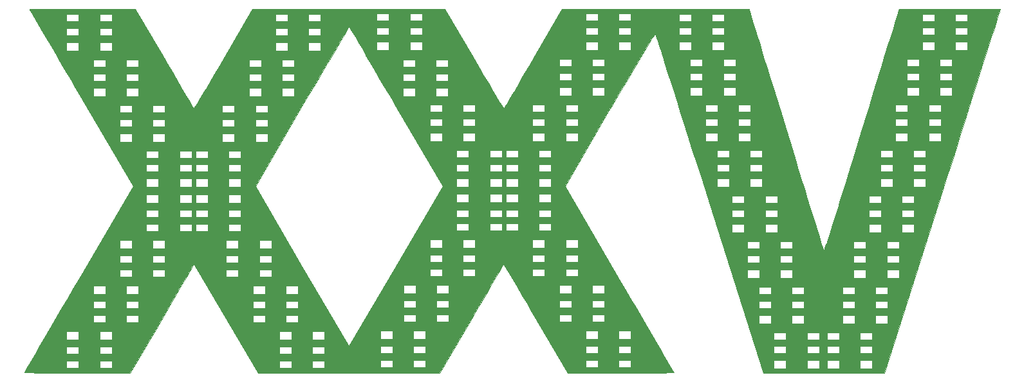
<source format=gto>
G04 #@! TF.FileFunction,Legend,Top*
%FSLAX46Y46*%
G04 Gerber Fmt 4.6, Leading zero omitted, Abs format (unit mm)*
G04 Created by KiCad (PCBNEW 4.0.4+e1-6308~48~ubuntu14.04.1-stable) date Wed Jun 28 21:35:02 2017*
%MOMM*%
%LPD*%
G01*
G04 APERTURE LIST*
%ADD10C,0.100000*%
%ADD11C,0.010000*%
%ADD12R,1.650000X0.900000*%
%ADD13R,1.650000X1.100000*%
%ADD14C,6.100000*%
G04 APERTURE END LIST*
D10*
D11*
G36*
X48303455Y-39405167D02*
X48863555Y-40367461D01*
X49400643Y-41289728D01*
X49908434Y-42161207D01*
X50380647Y-42971136D01*
X50810997Y-43708755D01*
X51193201Y-44363302D01*
X51520976Y-44924016D01*
X51788039Y-45380137D01*
X51988106Y-45720902D01*
X52114894Y-45935552D01*
X52160918Y-46011660D01*
X52187352Y-46022484D01*
X52232794Y-45993863D01*
X52302278Y-45917552D01*
X52400838Y-45785309D01*
X52533507Y-45588888D01*
X52705320Y-45320046D01*
X52921310Y-44970539D01*
X53186512Y-44532124D01*
X53505959Y-43996555D01*
X53884685Y-43355589D01*
X54327724Y-42600983D01*
X54840110Y-41724492D01*
X55426877Y-40717872D01*
X56093059Y-39572880D01*
X56102974Y-39555827D01*
X59944180Y-32949334D01*
X85278584Y-32949334D01*
X89122792Y-39552657D01*
X89824688Y-40756817D01*
X90446335Y-41819946D01*
X90991396Y-42748093D01*
X91463533Y-43547306D01*
X91866409Y-44223633D01*
X92203688Y-44783125D01*
X92479032Y-45231828D01*
X92696105Y-45575793D01*
X92858569Y-45821066D01*
X92970087Y-45973699D01*
X93034323Y-46039737D01*
X93051667Y-46040348D01*
X93105918Y-45951410D01*
X93238922Y-45726671D01*
X93444456Y-45376796D01*
X93716298Y-44912453D01*
X94048224Y-44344306D01*
X94434012Y-43683022D01*
X94867438Y-42939269D01*
X95342279Y-42123711D01*
X95852313Y-41247015D01*
X96391317Y-40319848D01*
X96904000Y-39437365D01*
X100671667Y-32950014D01*
X112969500Y-32949674D01*
X114398181Y-32949927D01*
X115779828Y-32950747D01*
X117105034Y-32952098D01*
X118364395Y-32953950D01*
X119548505Y-32956268D01*
X120647959Y-32959020D01*
X121653351Y-32962172D01*
X122555277Y-32965693D01*
X123344331Y-32969549D01*
X124011107Y-32973707D01*
X124546200Y-32978134D01*
X124940206Y-32982797D01*
X125183719Y-32987664D01*
X125267332Y-32992702D01*
X125267333Y-32992718D01*
X125291774Y-33075634D01*
X125363160Y-33310929D01*
X125478582Y-33689150D01*
X125635133Y-34200848D01*
X125829906Y-34836572D01*
X126059992Y-35586870D01*
X126322485Y-36442291D01*
X126614476Y-37393385D01*
X126933059Y-38430701D01*
X127275325Y-39544789D01*
X127638368Y-40726196D01*
X128019279Y-41965472D01*
X128415151Y-43253167D01*
X128823076Y-44579830D01*
X129240147Y-45936009D01*
X129663457Y-47312254D01*
X130090097Y-48699114D01*
X130517160Y-50087138D01*
X130941738Y-51466875D01*
X131360925Y-52828874D01*
X131771812Y-54163685D01*
X132171492Y-55461857D01*
X132557057Y-56713938D01*
X132925600Y-57910477D01*
X133274214Y-59042025D01*
X133599989Y-60099130D01*
X133900020Y-61072341D01*
X134171398Y-61952207D01*
X134411216Y-62729278D01*
X134616567Y-63394103D01*
X134784542Y-63937230D01*
X134912234Y-64349209D01*
X134996736Y-64620589D01*
X135032745Y-64734620D01*
X135046329Y-64771867D01*
X135061672Y-64796638D01*
X135080885Y-64802361D01*
X135106078Y-64782466D01*
X135139362Y-64730381D01*
X135182847Y-64639535D01*
X135238644Y-64503357D01*
X135308863Y-64315275D01*
X135395614Y-64068719D01*
X135501008Y-63757117D01*
X135627155Y-63373897D01*
X135776166Y-62912489D01*
X135950152Y-62366322D01*
X136151222Y-61728824D01*
X136381486Y-60993424D01*
X136643057Y-60153551D01*
X136938043Y-59202633D01*
X137268555Y-58134100D01*
X137636704Y-56941379D01*
X138044600Y-55617901D01*
X138494354Y-54157094D01*
X138988076Y-52552386D01*
X139527876Y-50797206D01*
X139954446Y-49409953D01*
X140442005Y-47824236D01*
X140917207Y-46278570D01*
X141377577Y-44781014D01*
X141820639Y-43339624D01*
X142243918Y-41962461D01*
X142644937Y-40657582D01*
X143021222Y-39433046D01*
X143370295Y-38296911D01*
X143689682Y-37257235D01*
X143976907Y-36322078D01*
X144229494Y-35499498D01*
X144444968Y-34797553D01*
X144620852Y-34224301D01*
X144754671Y-33787801D01*
X144843949Y-33496111D01*
X144886211Y-33357290D01*
X144887942Y-33351500D01*
X145007404Y-32949334D01*
X151647369Y-32949334D01*
X152691267Y-32950123D01*
X153684792Y-32952409D01*
X154615138Y-32956070D01*
X155469499Y-32960984D01*
X156235066Y-32967027D01*
X156899035Y-32974078D01*
X157448599Y-32982013D01*
X157870950Y-32990711D01*
X158153284Y-33000050D01*
X158282792Y-33009906D01*
X158289935Y-33012834D01*
X158264843Y-33097713D01*
X158190465Y-33337681D01*
X158068795Y-33726443D01*
X157901826Y-34257705D01*
X157691549Y-34925174D01*
X157439957Y-35722554D01*
X157149043Y-36643552D01*
X156820800Y-37681874D01*
X156457219Y-38831225D01*
X156060295Y-40085312D01*
X155632019Y-41437840D01*
X155174383Y-42882515D01*
X154689382Y-44413043D01*
X154179006Y-46023129D01*
X153645249Y-47706480D01*
X153090103Y-49456802D01*
X152515561Y-51267799D01*
X151923616Y-53133179D01*
X151316260Y-55046647D01*
X150695486Y-57001909D01*
X150691101Y-57015716D01*
X143089667Y-80955098D01*
X127160239Y-80955334D01*
X120108038Y-58751500D01*
X119509300Y-56866649D01*
X118923385Y-55022695D01*
X118352395Y-53226240D01*
X117798435Y-51483889D01*
X117263609Y-49802242D01*
X116750021Y-48187903D01*
X116259775Y-46647474D01*
X115794976Y-45187557D01*
X115357727Y-43814756D01*
X114950133Y-42535673D01*
X114574298Y-41356910D01*
X114232325Y-40285070D01*
X113926320Y-39326755D01*
X113658386Y-38488569D01*
X113430626Y-37777113D01*
X113245146Y-37198991D01*
X113104050Y-36760804D01*
X113009441Y-36469155D01*
X112963424Y-36330647D01*
X112959751Y-36320705D01*
X112942961Y-36294515D01*
X112918103Y-36287520D01*
X112880947Y-36306693D01*
X112827262Y-36359003D01*
X112752815Y-36451422D01*
X112653377Y-36590920D01*
X112524714Y-36784469D01*
X112362597Y-37039040D01*
X112162793Y-37361602D01*
X111921072Y-37759127D01*
X111633202Y-38238587D01*
X111294952Y-38806951D01*
X110902090Y-39471191D01*
X110450386Y-40238278D01*
X109935607Y-41115182D01*
X109353523Y-42108875D01*
X108699903Y-43226327D01*
X107970514Y-44474509D01*
X107161126Y-45860392D01*
X106957646Y-46208877D01*
X101051626Y-56324010D01*
X108206480Y-68596606D01*
X108980894Y-69925198D01*
X109731934Y-71214183D01*
X110455188Y-72455968D01*
X111146244Y-73642960D01*
X111800693Y-74767565D01*
X112414122Y-75822192D01*
X112982120Y-76799246D01*
X113500276Y-77691134D01*
X113964179Y-78490264D01*
X114369417Y-79189042D01*
X114711579Y-79779875D01*
X114986254Y-80255170D01*
X115189030Y-80607334D01*
X115315497Y-80828774D01*
X115361243Y-80911897D01*
X115361333Y-80912268D01*
X115278750Y-80918862D01*
X115039332Y-80925109D01*
X114655578Y-80930933D01*
X114139987Y-80936262D01*
X113505057Y-80941019D01*
X112763288Y-80945132D01*
X111927177Y-80948526D01*
X111009223Y-80951126D01*
X110021925Y-80952858D01*
X108977782Y-80953649D01*
X108397500Y-80953658D01*
X101433667Y-80951983D01*
X97209002Y-73755378D01*
X96615122Y-72744214D01*
X96045761Y-71775765D01*
X95506719Y-70859840D01*
X95003794Y-70006250D01*
X94542787Y-69224807D01*
X94129497Y-68525320D01*
X93769723Y-67917600D01*
X93469265Y-67411459D01*
X93233921Y-67016706D01*
X93069492Y-66743153D01*
X92981776Y-66600610D01*
X92968355Y-66581553D01*
X92924469Y-66656359D01*
X92801254Y-66867615D01*
X92604491Y-67205380D01*
X92339966Y-67659717D01*
X92013461Y-68220685D01*
X91630759Y-68878347D01*
X91197644Y-69622763D01*
X90719900Y-70443995D01*
X90203309Y-71332102D01*
X89653656Y-72277147D01*
X89076722Y-73269189D01*
X88779773Y-73779834D01*
X84607172Y-80955334D01*
X72658086Y-80955042D01*
X60709000Y-80954751D01*
X56481312Y-73760087D01*
X52253623Y-66565423D01*
X51821816Y-67304545D01*
X51714271Y-67488908D01*
X51528590Y-67807542D01*
X51271810Y-68248366D01*
X50950964Y-68799296D01*
X50573088Y-69448249D01*
X50145217Y-70183143D01*
X49674386Y-70991893D01*
X49167630Y-71862418D01*
X48631984Y-72782635D01*
X48074484Y-73740460D01*
X47632711Y-74499500D01*
X43875412Y-80955334D01*
X36894981Y-80955334D01*
X35614058Y-80954928D01*
X34492889Y-80953610D01*
X33521898Y-80951225D01*
X32691507Y-80947622D01*
X31992141Y-80942646D01*
X31414221Y-80936146D01*
X30948171Y-80927967D01*
X30584414Y-80917957D01*
X30313372Y-80905963D01*
X30125470Y-80891831D01*
X30011129Y-80875409D01*
X29960773Y-80856543D01*
X29957098Y-80844455D01*
X30003698Y-80760399D01*
X30131162Y-80537748D01*
X30335032Y-80184173D01*
X30610851Y-79707344D01*
X30954160Y-79114932D01*
X31360502Y-78414609D01*
X31825418Y-77614046D01*
X32344451Y-76720913D01*
X32913142Y-75742881D01*
X33527035Y-74687623D01*
X34181671Y-73562807D01*
X34872591Y-72376107D01*
X35595339Y-71135192D01*
X36345456Y-69847734D01*
X37114731Y-68527843D01*
X44227119Y-56326735D01*
X60319494Y-56326735D01*
X66481935Y-66891433D01*
X72644376Y-77456130D01*
X78803391Y-66889378D01*
X84962405Y-56322626D01*
X78815597Y-45800146D01*
X78098030Y-44571826D01*
X77404018Y-43383929D01*
X76738341Y-42244635D01*
X76105779Y-41162122D01*
X75511114Y-40144566D01*
X74959127Y-39200147D01*
X74454599Y-38337044D01*
X74002310Y-37563433D01*
X73607041Y-36887493D01*
X73273574Y-36317402D01*
X73006689Y-35861339D01*
X72811166Y-35527481D01*
X72691788Y-35324007D01*
X72653278Y-35258940D01*
X72609563Y-35328494D01*
X72485266Y-35536163D01*
X72285160Y-35873812D01*
X72014016Y-36333308D01*
X71676607Y-36906518D01*
X71277705Y-37585306D01*
X70822081Y-38361541D01*
X70314508Y-39227087D01*
X69759757Y-40173810D01*
X69162602Y-41193578D01*
X68527813Y-42278257D01*
X67860163Y-43419712D01*
X67164423Y-44609809D01*
X66478631Y-45783474D01*
X60319494Y-56326735D01*
X44227119Y-56326735D01*
X44229816Y-56322110D01*
X37419908Y-44667124D01*
X36664093Y-43373373D01*
X35931802Y-42119509D01*
X35227568Y-40913310D01*
X34555921Y-39762553D01*
X33921394Y-38675016D01*
X33328519Y-37658475D01*
X32781828Y-36720707D01*
X32285853Y-35869491D01*
X31845125Y-35112603D01*
X31464177Y-34457820D01*
X31147541Y-33912919D01*
X30899748Y-33485678D01*
X30725330Y-33183874D01*
X30628820Y-33015284D01*
X30610000Y-32980736D01*
X30692584Y-32975915D01*
X30932007Y-32971319D01*
X31315774Y-32967006D01*
X31831391Y-32963031D01*
X32466363Y-32959451D01*
X33208195Y-32956322D01*
X34044394Y-32953701D01*
X34962464Y-32951643D01*
X35949911Y-32950205D01*
X36994241Y-32949444D01*
X37578421Y-32949334D01*
X44546842Y-32949334D01*
X48303455Y-39405167D01*
X48303455Y-39405167D01*
G37*
X48303455Y-39405167D02*
X48863555Y-40367461D01*
X49400643Y-41289728D01*
X49908434Y-42161207D01*
X50380647Y-42971136D01*
X50810997Y-43708755D01*
X51193201Y-44363302D01*
X51520976Y-44924016D01*
X51788039Y-45380137D01*
X51988106Y-45720902D01*
X52114894Y-45935552D01*
X52160918Y-46011660D01*
X52187352Y-46022484D01*
X52232794Y-45993863D01*
X52302278Y-45917552D01*
X52400838Y-45785309D01*
X52533507Y-45588888D01*
X52705320Y-45320046D01*
X52921310Y-44970539D01*
X53186512Y-44532124D01*
X53505959Y-43996555D01*
X53884685Y-43355589D01*
X54327724Y-42600983D01*
X54840110Y-41724492D01*
X55426877Y-40717872D01*
X56093059Y-39572880D01*
X56102974Y-39555827D01*
X59944180Y-32949334D01*
X85278584Y-32949334D01*
X89122792Y-39552657D01*
X89824688Y-40756817D01*
X90446335Y-41819946D01*
X90991396Y-42748093D01*
X91463533Y-43547306D01*
X91866409Y-44223633D01*
X92203688Y-44783125D01*
X92479032Y-45231828D01*
X92696105Y-45575793D01*
X92858569Y-45821066D01*
X92970087Y-45973699D01*
X93034323Y-46039737D01*
X93051667Y-46040348D01*
X93105918Y-45951410D01*
X93238922Y-45726671D01*
X93444456Y-45376796D01*
X93716298Y-44912453D01*
X94048224Y-44344306D01*
X94434012Y-43683022D01*
X94867438Y-42939269D01*
X95342279Y-42123711D01*
X95852313Y-41247015D01*
X96391317Y-40319848D01*
X96904000Y-39437365D01*
X100671667Y-32950014D01*
X112969500Y-32949674D01*
X114398181Y-32949927D01*
X115779828Y-32950747D01*
X117105034Y-32952098D01*
X118364395Y-32953950D01*
X119548505Y-32956268D01*
X120647959Y-32959020D01*
X121653351Y-32962172D01*
X122555277Y-32965693D01*
X123344331Y-32969549D01*
X124011107Y-32973707D01*
X124546200Y-32978134D01*
X124940206Y-32982797D01*
X125183719Y-32987664D01*
X125267332Y-32992702D01*
X125267333Y-32992718D01*
X125291774Y-33075634D01*
X125363160Y-33310929D01*
X125478582Y-33689150D01*
X125635133Y-34200848D01*
X125829906Y-34836572D01*
X126059992Y-35586870D01*
X126322485Y-36442291D01*
X126614476Y-37393385D01*
X126933059Y-38430701D01*
X127275325Y-39544789D01*
X127638368Y-40726196D01*
X128019279Y-41965472D01*
X128415151Y-43253167D01*
X128823076Y-44579830D01*
X129240147Y-45936009D01*
X129663457Y-47312254D01*
X130090097Y-48699114D01*
X130517160Y-50087138D01*
X130941738Y-51466875D01*
X131360925Y-52828874D01*
X131771812Y-54163685D01*
X132171492Y-55461857D01*
X132557057Y-56713938D01*
X132925600Y-57910477D01*
X133274214Y-59042025D01*
X133599989Y-60099130D01*
X133900020Y-61072341D01*
X134171398Y-61952207D01*
X134411216Y-62729278D01*
X134616567Y-63394103D01*
X134784542Y-63937230D01*
X134912234Y-64349209D01*
X134996736Y-64620589D01*
X135032745Y-64734620D01*
X135046329Y-64771867D01*
X135061672Y-64796638D01*
X135080885Y-64802361D01*
X135106078Y-64782466D01*
X135139362Y-64730381D01*
X135182847Y-64639535D01*
X135238644Y-64503357D01*
X135308863Y-64315275D01*
X135395614Y-64068719D01*
X135501008Y-63757117D01*
X135627155Y-63373897D01*
X135776166Y-62912489D01*
X135950152Y-62366322D01*
X136151222Y-61728824D01*
X136381486Y-60993424D01*
X136643057Y-60153551D01*
X136938043Y-59202633D01*
X137268555Y-58134100D01*
X137636704Y-56941379D01*
X138044600Y-55617901D01*
X138494354Y-54157094D01*
X138988076Y-52552386D01*
X139527876Y-50797206D01*
X139954446Y-49409953D01*
X140442005Y-47824236D01*
X140917207Y-46278570D01*
X141377577Y-44781014D01*
X141820639Y-43339624D01*
X142243918Y-41962461D01*
X142644937Y-40657582D01*
X143021222Y-39433046D01*
X143370295Y-38296911D01*
X143689682Y-37257235D01*
X143976907Y-36322078D01*
X144229494Y-35499498D01*
X144444968Y-34797553D01*
X144620852Y-34224301D01*
X144754671Y-33787801D01*
X144843949Y-33496111D01*
X144886211Y-33357290D01*
X144887942Y-33351500D01*
X145007404Y-32949334D01*
X151647369Y-32949334D01*
X152691267Y-32950123D01*
X153684792Y-32952409D01*
X154615138Y-32956070D01*
X155469499Y-32960984D01*
X156235066Y-32967027D01*
X156899035Y-32974078D01*
X157448599Y-32982013D01*
X157870950Y-32990711D01*
X158153284Y-33000050D01*
X158282792Y-33009906D01*
X158289935Y-33012834D01*
X158264843Y-33097713D01*
X158190465Y-33337681D01*
X158068795Y-33726443D01*
X157901826Y-34257705D01*
X157691549Y-34925174D01*
X157439957Y-35722554D01*
X157149043Y-36643552D01*
X156820800Y-37681874D01*
X156457219Y-38831225D01*
X156060295Y-40085312D01*
X155632019Y-41437840D01*
X155174383Y-42882515D01*
X154689382Y-44413043D01*
X154179006Y-46023129D01*
X153645249Y-47706480D01*
X153090103Y-49456802D01*
X152515561Y-51267799D01*
X151923616Y-53133179D01*
X151316260Y-55046647D01*
X150695486Y-57001909D01*
X150691101Y-57015716D01*
X143089667Y-80955098D01*
X127160239Y-80955334D01*
X120108038Y-58751500D01*
X119509300Y-56866649D01*
X118923385Y-55022695D01*
X118352395Y-53226240D01*
X117798435Y-51483889D01*
X117263609Y-49802242D01*
X116750021Y-48187903D01*
X116259775Y-46647474D01*
X115794976Y-45187557D01*
X115357727Y-43814756D01*
X114950133Y-42535673D01*
X114574298Y-41356910D01*
X114232325Y-40285070D01*
X113926320Y-39326755D01*
X113658386Y-38488569D01*
X113430626Y-37777113D01*
X113245146Y-37198991D01*
X113104050Y-36760804D01*
X113009441Y-36469155D01*
X112963424Y-36330647D01*
X112959751Y-36320705D01*
X112942961Y-36294515D01*
X112918103Y-36287520D01*
X112880947Y-36306693D01*
X112827262Y-36359003D01*
X112752815Y-36451422D01*
X112653377Y-36590920D01*
X112524714Y-36784469D01*
X112362597Y-37039040D01*
X112162793Y-37361602D01*
X111921072Y-37759127D01*
X111633202Y-38238587D01*
X111294952Y-38806951D01*
X110902090Y-39471191D01*
X110450386Y-40238278D01*
X109935607Y-41115182D01*
X109353523Y-42108875D01*
X108699903Y-43226327D01*
X107970514Y-44474509D01*
X107161126Y-45860392D01*
X106957646Y-46208877D01*
X101051626Y-56324010D01*
X108206480Y-68596606D01*
X108980894Y-69925198D01*
X109731934Y-71214183D01*
X110455188Y-72455968D01*
X111146244Y-73642960D01*
X111800693Y-74767565D01*
X112414122Y-75822192D01*
X112982120Y-76799246D01*
X113500276Y-77691134D01*
X113964179Y-78490264D01*
X114369417Y-79189042D01*
X114711579Y-79779875D01*
X114986254Y-80255170D01*
X115189030Y-80607334D01*
X115315497Y-80828774D01*
X115361243Y-80911897D01*
X115361333Y-80912268D01*
X115278750Y-80918862D01*
X115039332Y-80925109D01*
X114655578Y-80930933D01*
X114139987Y-80936262D01*
X113505057Y-80941019D01*
X112763288Y-80945132D01*
X111927177Y-80948526D01*
X111009223Y-80951126D01*
X110021925Y-80952858D01*
X108977782Y-80953649D01*
X108397500Y-80953658D01*
X101433667Y-80951983D01*
X97209002Y-73755378D01*
X96615122Y-72744214D01*
X96045761Y-71775765D01*
X95506719Y-70859840D01*
X95003794Y-70006250D01*
X94542787Y-69224807D01*
X94129497Y-68525320D01*
X93769723Y-67917600D01*
X93469265Y-67411459D01*
X93233921Y-67016706D01*
X93069492Y-66743153D01*
X92981776Y-66600610D01*
X92968355Y-66581553D01*
X92924469Y-66656359D01*
X92801254Y-66867615D01*
X92604491Y-67205380D01*
X92339966Y-67659717D01*
X92013461Y-68220685D01*
X91630759Y-68878347D01*
X91197644Y-69622763D01*
X90719900Y-70443995D01*
X90203309Y-71332102D01*
X89653656Y-72277147D01*
X89076722Y-73269189D01*
X88779773Y-73779834D01*
X84607172Y-80955334D01*
X72658086Y-80955042D01*
X60709000Y-80954751D01*
X56481312Y-73760087D01*
X52253623Y-66565423D01*
X51821816Y-67304545D01*
X51714271Y-67488908D01*
X51528590Y-67807542D01*
X51271810Y-68248366D01*
X50950964Y-68799296D01*
X50573088Y-69448249D01*
X50145217Y-70183143D01*
X49674386Y-70991893D01*
X49167630Y-71862418D01*
X48631984Y-72782635D01*
X48074484Y-73740460D01*
X47632711Y-74499500D01*
X43875412Y-80955334D01*
X36894981Y-80955334D01*
X35614058Y-80954928D01*
X34492889Y-80953610D01*
X33521898Y-80951225D01*
X32691507Y-80947622D01*
X31992141Y-80942646D01*
X31414221Y-80936146D01*
X30948171Y-80927967D01*
X30584414Y-80917957D01*
X30313372Y-80905963D01*
X30125470Y-80891831D01*
X30011129Y-80875409D01*
X29960773Y-80856543D01*
X29957098Y-80844455D01*
X30003698Y-80760399D01*
X30131162Y-80537748D01*
X30335032Y-80184173D01*
X30610851Y-79707344D01*
X30954160Y-79114932D01*
X31360502Y-78414609D01*
X31825418Y-77614046D01*
X32344451Y-76720913D01*
X32913142Y-75742881D01*
X33527035Y-74687623D01*
X34181671Y-73562807D01*
X34872591Y-72376107D01*
X35595339Y-71135192D01*
X36345456Y-69847734D01*
X37114731Y-68527843D01*
X44227119Y-56326735D01*
X60319494Y-56326735D01*
X66481935Y-66891433D01*
X72644376Y-77456130D01*
X78803391Y-66889378D01*
X84962405Y-56322626D01*
X78815597Y-45800146D01*
X78098030Y-44571826D01*
X77404018Y-43383929D01*
X76738341Y-42244635D01*
X76105779Y-41162122D01*
X75511114Y-40144566D01*
X74959127Y-39200147D01*
X74454599Y-38337044D01*
X74002310Y-37563433D01*
X73607041Y-36887493D01*
X73273574Y-36317402D01*
X73006689Y-35861339D01*
X72811166Y-35527481D01*
X72691788Y-35324007D01*
X72653278Y-35258940D01*
X72609563Y-35328494D01*
X72485266Y-35536163D01*
X72285160Y-35873812D01*
X72014016Y-36333308D01*
X71676607Y-36906518D01*
X71277705Y-37585306D01*
X70822081Y-38361541D01*
X70314508Y-39227087D01*
X69759757Y-40173810D01*
X69162602Y-41193578D01*
X68527813Y-42278257D01*
X67860163Y-43419712D01*
X67164423Y-44609809D01*
X66478631Y-45783474D01*
X60319494Y-56326735D01*
X44227119Y-56326735D01*
X44229816Y-56322110D01*
X37419908Y-44667124D01*
X36664093Y-43373373D01*
X35931802Y-42119509D01*
X35227568Y-40913310D01*
X34555921Y-39762553D01*
X33921394Y-38675016D01*
X33328519Y-37658475D01*
X32781828Y-36720707D01*
X32285853Y-35869491D01*
X31845125Y-35112603D01*
X31464177Y-34457820D01*
X31147541Y-33912919D01*
X30899748Y-33485678D01*
X30725330Y-33183874D01*
X30628820Y-33015284D01*
X30610000Y-32980736D01*
X30692584Y-32975915D01*
X30932007Y-32971319D01*
X31315774Y-32967006D01*
X31831391Y-32963031D01*
X32466363Y-32959451D01*
X33208195Y-32956322D01*
X34044394Y-32953701D01*
X34962464Y-32951643D01*
X35949911Y-32950205D01*
X36994241Y-32949444D01*
X37578421Y-32949334D01*
X44546842Y-32949334D01*
X48303455Y-39405167D01*
%LPC*%
D12*
X133744500Y-76117500D03*
X129394500Y-76117500D03*
X133744500Y-77967500D03*
X129394500Y-77967500D03*
D13*
X133744500Y-79917500D03*
X129394500Y-79917500D03*
D12*
X131744500Y-70117500D03*
X127394500Y-70117500D03*
X131744500Y-71967500D03*
X127394500Y-71967500D03*
D13*
X131744500Y-73917500D03*
X127394500Y-73917500D03*
D12*
X77633500Y-79786500D03*
X81983500Y-79786500D03*
X77633500Y-77936500D03*
X81983500Y-77936500D03*
D13*
X77633500Y-75986500D03*
X81983500Y-75986500D03*
D12*
X36325000Y-79842000D03*
X40675000Y-79842000D03*
X36325000Y-77992000D03*
X40675000Y-77992000D03*
D13*
X36325000Y-76042000D03*
X40675000Y-76042000D03*
D12*
X142744500Y-70117500D03*
X138394500Y-70117500D03*
X142744500Y-71967500D03*
X138394500Y-71967500D03*
D13*
X142744500Y-73917500D03*
X138394500Y-73917500D03*
D12*
X104633500Y-79786500D03*
X108983500Y-79786500D03*
X104633500Y-77936500D03*
X108983500Y-77936500D03*
D13*
X104633500Y-75986500D03*
X108983500Y-75986500D03*
D12*
X64325000Y-79850000D03*
X68675000Y-79850000D03*
X64325000Y-78000000D03*
X68675000Y-78000000D03*
D13*
X64325000Y-76050000D03*
X68675000Y-76050000D03*
D12*
X130244500Y-64117500D03*
X125894500Y-64117500D03*
X130244500Y-65967500D03*
X125894500Y-65967500D03*
D13*
X130244500Y-67917500D03*
X125894500Y-67917500D03*
D12*
X80633500Y-73786500D03*
X84983500Y-73786500D03*
X80633500Y-71936500D03*
X84983500Y-71936500D03*
D13*
X80633500Y-69986500D03*
X84983500Y-69986500D03*
D12*
X39825000Y-73850000D03*
X44175000Y-73850000D03*
X39825000Y-72000000D03*
X44175000Y-72000000D03*
D13*
X39825000Y-70050000D03*
X44175000Y-70050000D03*
D12*
X144244500Y-64117500D03*
X139894500Y-64117500D03*
X144244500Y-65967500D03*
X139894500Y-65967500D03*
D13*
X144244500Y-67917500D03*
X139894500Y-67917500D03*
D12*
X101133500Y-73786500D03*
X105483500Y-73786500D03*
X101133500Y-71936500D03*
X105483500Y-71936500D03*
D13*
X101133500Y-69986500D03*
X105483500Y-69986500D03*
D12*
X60825000Y-73850000D03*
X65175000Y-73850000D03*
X60825000Y-72000000D03*
X65175000Y-72000000D03*
D13*
X60825000Y-70050000D03*
X65175000Y-70050000D03*
D12*
X128244500Y-58117500D03*
X123894500Y-58117500D03*
X128244500Y-59967500D03*
X123894500Y-59967500D03*
D13*
X128244500Y-61917500D03*
X123894500Y-61917500D03*
D12*
X84133500Y-67786500D03*
X88483500Y-67786500D03*
X84133500Y-65936500D03*
X88483500Y-65936500D03*
D13*
X84133500Y-63986500D03*
X88483500Y-63986500D03*
D12*
X43325000Y-67850000D03*
X47675000Y-67850000D03*
X43325000Y-66000000D03*
X47675000Y-66000000D03*
D13*
X43325000Y-64050000D03*
X47675000Y-64050000D03*
D12*
X146244500Y-58117500D03*
X141894500Y-58117500D03*
X146244500Y-59967500D03*
X141894500Y-59967500D03*
D13*
X146244500Y-61917500D03*
X141894500Y-61917500D03*
D12*
X97633500Y-67786500D03*
X101983500Y-67786500D03*
X97633500Y-65936500D03*
X101983500Y-65936500D03*
D13*
X97633500Y-63986500D03*
X101983500Y-63986500D03*
D12*
X57325000Y-67850000D03*
X61675000Y-67850000D03*
X57325000Y-66000000D03*
X61675000Y-66000000D03*
D13*
X57325000Y-64050000D03*
X61675000Y-64050000D03*
D12*
X126244500Y-52117500D03*
X121894500Y-52117500D03*
X126244500Y-53967500D03*
X121894500Y-53967500D03*
D13*
X126244500Y-55917500D03*
X121894500Y-55917500D03*
D12*
X87633500Y-61786500D03*
X91983500Y-61786500D03*
X87633500Y-59936500D03*
X91983500Y-59936500D03*
D13*
X87633500Y-57986500D03*
X91983500Y-57986500D03*
D12*
X46825000Y-61850000D03*
X51175000Y-61850000D03*
X46825000Y-60000000D03*
X51175000Y-60000000D03*
D13*
X46825000Y-58050000D03*
X51175000Y-58050000D03*
D12*
X147744500Y-52117500D03*
X143394500Y-52117500D03*
X147744500Y-53967500D03*
X143394500Y-53967500D03*
D13*
X147744500Y-55917500D03*
X143394500Y-55917500D03*
D12*
X94133500Y-61786500D03*
X98483500Y-61786500D03*
X94133500Y-59936500D03*
X98483500Y-59936500D03*
D13*
X94133500Y-57986500D03*
X98483500Y-57986500D03*
D12*
X53325000Y-61850000D03*
X57675000Y-61850000D03*
X53325000Y-60000000D03*
X57675000Y-60000000D03*
D13*
X53325000Y-58050000D03*
X57675000Y-58050000D03*
D12*
X124744500Y-46117500D03*
X120394500Y-46117500D03*
X124744500Y-47967500D03*
X120394500Y-47967500D03*
D13*
X124744500Y-49917500D03*
X120394500Y-49917500D03*
D12*
X91983500Y-52086500D03*
X87633500Y-52086500D03*
X91983500Y-53936500D03*
X87633500Y-53936500D03*
D13*
X91983500Y-55886500D03*
X87633500Y-55886500D03*
D12*
X51175000Y-52150000D03*
X46825000Y-52150000D03*
X51175000Y-54000000D03*
X46825000Y-54000000D03*
D13*
X51175000Y-55950000D03*
X46825000Y-55950000D03*
D12*
X149744500Y-46117500D03*
X145394500Y-46117500D03*
X149744500Y-47967500D03*
X145394500Y-47967500D03*
D13*
X149744500Y-49917500D03*
X145394500Y-49917500D03*
D12*
X98483500Y-52086500D03*
X94133500Y-52086500D03*
X98483500Y-53936500D03*
X94133500Y-53936500D03*
D13*
X98483500Y-55886500D03*
X94133500Y-55886500D03*
D12*
X57675000Y-52150000D03*
X53325000Y-52150000D03*
X57675000Y-54000000D03*
X53325000Y-54000000D03*
D13*
X57675000Y-55950000D03*
X53325000Y-55950000D03*
D12*
X122744500Y-40117500D03*
X118394500Y-40117500D03*
X122744500Y-41967500D03*
X118394500Y-41967500D03*
D13*
X122744500Y-43917500D03*
X118394500Y-43917500D03*
D12*
X88483500Y-46086500D03*
X84133500Y-46086500D03*
X88483500Y-47936500D03*
X84133500Y-47936500D03*
D13*
X88483500Y-49886500D03*
X84133500Y-49886500D03*
D12*
X47675000Y-46150000D03*
X43325000Y-46150000D03*
X47675000Y-48000000D03*
X43325000Y-48000000D03*
D13*
X47675000Y-49950000D03*
X43325000Y-49950000D03*
D12*
X151244500Y-40117500D03*
X146894500Y-40117500D03*
X151244500Y-41967500D03*
X146894500Y-41967500D03*
D13*
X151244500Y-43917500D03*
X146894500Y-43917500D03*
D12*
X101983500Y-46086500D03*
X97633500Y-46086500D03*
X101983500Y-47936500D03*
X97633500Y-47936500D03*
D13*
X101983500Y-49886500D03*
X97633500Y-49886500D03*
D12*
X61175000Y-46150000D03*
X56825000Y-46150000D03*
X61175000Y-48000000D03*
X56825000Y-48000000D03*
D13*
X61175000Y-49950000D03*
X56825000Y-49950000D03*
D12*
X121244500Y-34117500D03*
X116894500Y-34117500D03*
X121244500Y-35967500D03*
X116894500Y-35967500D03*
D13*
X121244500Y-37917500D03*
X116894500Y-37917500D03*
D12*
X44175000Y-40150000D03*
X39825000Y-40150000D03*
X44175000Y-42000000D03*
X39825000Y-42000000D03*
D13*
X44175000Y-43950000D03*
X39825000Y-43950000D03*
D12*
X153244500Y-34117500D03*
X148894500Y-34117500D03*
X153244500Y-35967500D03*
X148894500Y-35967500D03*
D13*
X153244500Y-37917500D03*
X148894500Y-37917500D03*
D12*
X105483500Y-40086500D03*
X101133500Y-40086500D03*
X105483500Y-41936500D03*
X101133500Y-41936500D03*
D13*
X105483500Y-43886500D03*
X101133500Y-43886500D03*
D12*
X64675000Y-40150000D03*
X60325000Y-40150000D03*
X64675000Y-42000000D03*
X60325000Y-42000000D03*
D13*
X64675000Y-43950000D03*
X60325000Y-43950000D03*
D12*
X81483500Y-34086500D03*
X77133500Y-34086500D03*
X81483500Y-35936500D03*
X77133500Y-35936500D03*
D13*
X81483500Y-37886500D03*
X77133500Y-37886500D03*
D12*
X40675000Y-34150000D03*
X36325000Y-34150000D03*
X40675000Y-36000000D03*
X36325000Y-36000000D03*
D13*
X40675000Y-37950000D03*
X36325000Y-37950000D03*
D12*
X108983500Y-34086500D03*
X104633500Y-34086500D03*
X108983500Y-35936500D03*
X104633500Y-35936500D03*
D13*
X108983500Y-37886500D03*
X104633500Y-37886500D03*
D12*
X68175000Y-34150000D03*
X63825000Y-34150000D03*
X68175000Y-36000000D03*
X63825000Y-36000000D03*
D13*
X68175000Y-37950000D03*
X63825000Y-37950000D03*
D12*
X140744500Y-76117500D03*
X136394500Y-76117500D03*
X140744500Y-77967500D03*
X136394500Y-77967500D03*
D13*
X140744500Y-79917500D03*
X136394500Y-79917500D03*
D14*
X135000000Y-38000000D03*
X52250000Y-38000000D03*
D12*
X84925000Y-40150000D03*
X80575000Y-40150000D03*
X84925000Y-42000000D03*
X80575000Y-42000000D03*
D13*
X84925000Y-43950000D03*
X80575000Y-43950000D03*
M02*

</source>
